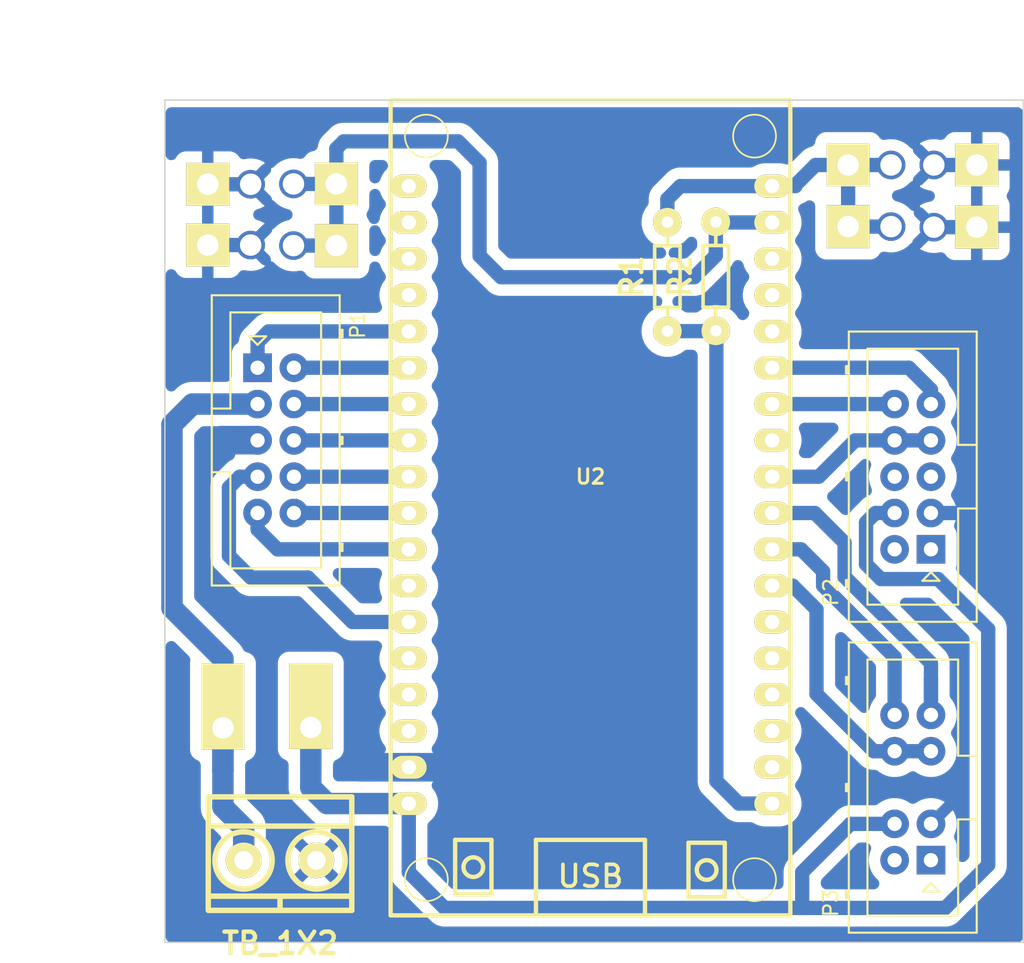
<source format=kicad_pcb>
(kicad_pcb (version 20240108) (generator "pcbnew") (generator_version "8.0")
  (layers (0 "F.Cu" signal) (31 "B.Cu" signal) (34 "B.Paste" user) (35 "F.Paste" user) (36 "B.SilkS" user "B.Silkscreen") (37 "F.SilkS" user "F.Silkscreen") (38 "B.Mask" user) (39 "F.Mask" user) (44 "Edge.Cuts" user))
  (net 0 "")
  (net 1 "VCC")
  (net 2 "GND")
  (net 3 "/IN1")
  (net 4 "/IN2")
  (net 5 "/IN3")
  (net 6 "/IN4")
  (net 7 "/Qsh 7")
  (net 8 "/Qsh 5")
  (net 9 "/Qre 1")
  (net 10 "/Qsh 4")
  (net 11 "/Qre 3")
  (net 12 "/Qsh 6")
  (net 13 "/Qre 2")
  (net 14 "/Qsh 8")
  (net 18 "/pull-up1")
  (net 29 "/ENA")
  (net 30 "/ENB")
  (net 32 "+3.3V")
  (net 33 "/pull-up2")
  (net 37 "/vcs")
  (footprint "EESTN5:BORNERA2_AZUL" (layer "F.Cu") (at 128.5 73.67625)
    (property "Reference" "J1" (hide yes))
    (property "Value" "TB_1X2" (at 0 5.8 0) (layer "F.SilkS") (effects (font (size 1.5 1.5) (thickness 0.3))))
    (fp_line (start -5.0165 -4.445) (end -5.0165 3.4925) (stroke (width 0.381)) (layer "F.SilkS"))
    (fp_line (start -5 -2.4) (end 5 -2.4) (stroke (width 0.381)) (layer "F.SilkS"))
    (fp_line (start -5 2.5) (end 5 2.5) (stroke (width 0.381)) (layer "F.SilkS"))
    (fp_line (start -4.9835 3.4925) (end 5.0165 3.4925) (stroke (width 0.381)) (layer "F.SilkS"))
    (fp_line (start 0 2.54) (end 0 3.4845) (stroke (width 0.381)) (layer "F.SilkS"))
    (fp_line (start 5.0165 -4.445) (end -4.9835 -4.445) (stroke (width 0.381)) (layer "F.SilkS"))
    (fp_line (start 5.0165 3.4925) (end 5.0165 -4.445) (stroke (width 0.381)) (layer "F.SilkS"))
    (fp_circle (center -2.55 0) (end -0.55 0) (stroke (width 0.381)) (fill none) (layer "F.SilkS"))
    (fp_circle (center 2.55 0) (end 0.55 0) (stroke (width 0.381)) (fill none) (layer "F.SilkS"))
    (pad "1" thru_hole circle (at -2.54 0) (size 2.5 2.5) (drill 1.3) (layers "*.Cu" "*.Mask" "F.SilkS") (net 37 "/vcs"))
    (pad "2" thru_hole circle (at 2.54 0) (size 2.5 2.5) (drill 1.3) (layers "*.Cu" "*.Mask" "F.SilkS") (net 2 "GND"))
  )
  (footprint "EESTN5:RES0.3" (layer "F.Cu") (at 155.575 32.85 90)
    (property "Reference" "R1" (at 0 -2.5 90) (layer "F.SilkS") (effects (font (size 1.5 1.5) (thickness 0.3))))
    (property "Value" "R" (hide yes))
    (fp_line (start 2.159 -0.889) (end -2.159 -0.889) (stroke (width 0.254)) (layer "F.SilkS"))
    (fp_line (start -2.159 -0.889) (end -2.159 0.889) (stroke (width 0.254)) (layer "F.SilkS"))
    (fp_line (start 2.159 0) (end 3.81 0) (stroke (width 0.254)) (layer "F.SilkS"))
    (fp_line (start -2.159 0) (end -3.81 0) (stroke (width 0.254)) (layer "F.SilkS"))
    (fp_line (start 2.159 0.889) (end 2.159 -0.889) (stroke (width 0.254)) (layer "F.SilkS"))
    (fp_line (start -2.159 0.889) (end 2.159 0.889) (stroke (width 0.254)) (layer "F.SilkS"))
    (pad "1" thru_hole circle (at -3.81 0 90) (size 1.99898 1.99898) (drill 0.8001) (layers "*.Cu" "*.Mask" "F.SilkS") (net 32 "+3.3V"))
    (pad "2" thru_hole circle (at 3.81 0 90) (size 1.99898 1.99898) (drill 0.8001) (layers "*.Cu" "*.Mask" "F.SilkS") (net 18 "/pull-up1"))
  )
  (footprint "EESTN5:Cable_1,5mm" (layer "F.Cu") (at 130.65 64.38 180)
    (property "Reference" "J4" (hide yes))
    (property "Value" "Cable_PAD" (hide yes))
    (pad "1" thru_hole rect (at 0 0 180) (size 3 6) (drill 1.5 (offset 0 1.5)) (layers "*.Cu" "F.SilkS") (net 1 "VCC"))
  )
  (footprint "EESTN5:Header_2x05x2.54mm_Vertical" (layer "F.Cu") (at 172.73 46.84 90)
    (property "Reference" "P2" (at -8.08 -5.73 270) (layer "F.SilkS"))
    (property "Value" "CONN_02X05")
    (fp_line (start 7.73 -4.67) (end 7.73 -4.47) (stroke (width 0.15)) (layer "F.SilkS"))
    (fp_line (start 7.23 -4.67) (end 7.73 -4.67) (stroke (width 0.15)) (layer "F.SilkS"))
    (fp_line (start 0.25 -4.67) (end 0.25 -4.47) (stroke (width 0.15)) (layer "F.SilkS"))
    (fp_line (start -0.25 -4.67) (end 0.25 -4.67) (stroke (width 0.15)) (layer "F.SilkS"))
    (fp_line (start -7.23 -4.67) (end -7.23 -4.47) (stroke (width 0.15)) (layer "F.SilkS"))
    (fp_line (start -7.73 -4.67) (end -7.23 -4.67) (stroke (width 0.15)) (layer "F.SilkS"))
    (fp_line (start 7.23 -4.57) (end 7.73 -4.57) (stroke (width 0.15)) (layer "F.SilkS"))
    (fp_line (start -0.25 -4.57) (end 0.25 -4.57) (stroke (width 0.15)) (layer "F.SilkS"))
    (fp_line (start -7.73 -4.57) (end -7.23 -4.57) (stroke (width 0.15)) (layer "F.SilkS"))
    (fp_line (start 10.15 -4.47) (end 10.15 4.47) (stroke (width 0.15)) (layer "F.SilkS"))
    (fp_line (start 7.23 -4.47) (end 7.23 -4.67) (stroke (width 0.15)) (layer "F.SilkS"))
    (fp_line (start -0.25 -4.47) (end -0.25 -4.67) (stroke (width 0.15)) (layer "F.SilkS"))
    (fp_line (start -7.73 -4.47) (end -7.73 -4.67) (stroke (width 0.15)) (layer "F.SilkS"))
    (fp_line (start -10.15 -4.47) (end 10.15 -4.47) (stroke (width 0.15)) (layer "F.SilkS"))
    (fp_line (start 8.95 -3.17) (end 8.95 3.17) (stroke (width 0.15)) (layer "F.SilkS"))
    (fp_line (start -8.95 -3.17) (end 8.95 -3.17) (stroke (width 0.15)) (layer "F.SilkS"))
    (fp_line (start -7.28 0.67) (end -6.68 1.27) (stroke (width 0.15)) (layer "F.SilkS"))
    (fp_line (start -6.68 1.27) (end -7.28 1.87) (stroke (width 0.15)) (layer "F.SilkS"))
    (fp_line (start -7.28 1.87) (end -7.28 0.67) (stroke (width 0.15)) (layer "F.SilkS"))
    (fp_line (start 8.95 3.17) (end 2.225 3.17) (stroke (width 0.15)) (layer "F.SilkS"))
    (fp_line (start 2.225 3.17) (end 2.225 4.47) (stroke (width 0.15)) (layer "F.SilkS"))
    (fp_line (start -2.225 3.17) (end -8.95 3.17) (stroke (width 0.15)) (layer "F.SilkS"))
    (fp_line (start -8.95 3.17) (end -8.95 -3.17) (stroke (width 0.15)) (layer "F.SilkS"))
    (fp_line (start 10.15 4.47) (end -10.15 4.47) (stroke (width 0.15)) (layer "F.SilkS"))
    (fp_line (start -2.225 4.47) (end -2.225 3.17) (stroke (width 0.15)) (layer "F.SilkS"))
    (fp_line (start -10.15 4.47) (end -10.15 -4.47) (stroke (width 0.15)) (layer "F.SilkS"))
    (pad "1" thru_hole rect (at -5.08 1.27 90) (size 2 2) (drill 1) (layers "*.Cu" "*.Mask"))
    (pad "2" thru_hole circle (at -5.08 -1.27 90) (size 2 2) (drill 1) (layers "*.Cu" "*.Mask"))
    (pad "3" thru_hole circle (at -2.54 1.27 90) (size 2 2) (drill 1) (layers "*.Cu" "*.Mask") (net 2 "GND"))
    (pad "4" thru_hole circle (at -2.54 -1.27 90) (size 2 2) (drill 1) (layers "*.Cu" "*.Mask") (net 1 "VCC"))
    (pad "5" thru_hole circle (at 0 1.27 90) (size 2 2) (drill 1) (layers "*.Cu" "*.Mask"))
    (pad "6" thru_hole circle (at 0 -1.27 90) (size 2 2) (drill 1) (layers "*.Cu" "*.Mask"))
    (pad "7" thru_hole circle (at 2.54 1.27 90) (size 2 2) (drill 1) (layers "*.Cu" "*.Mask") (net 29 "/ENA"))
    (pad "8" thru_hole circle (at 2.54 -1.27 90) (size 2 2) (drill 1) (layers "*.Cu" "*.Mask") (net 29 "/ENA"))
    (pad "9" thru_hole circle (at 5.08 1.27 90) (size 2 2) (drill 1) (layers "*.Cu" "*.Mask") (net 4 "/IN2"))
    (pad "10" thru_hole circle (at 5.08 -1.27 90) (size 2 2) (drill 1) (layers "*.Cu" "*.Mask") (net 3 "/IN1"))
  )
  (footprint "EESTN5:Cable_Doble_1,5mm_little" (layer "F.Cu") (at 132.438961 30.676114 90)
    (property "Reference" "J12" (hide yes))
    (property "Value" "Cable_PAD" (hide yes))
    (pad "1" thru_hole circle (at 0 -3 90) (size 2 2) (drill 1.5) (layers "*.Cu" "*.Mask") (net 33 "/pull-up2"))
    (pad "1" thru_hole circle (at 0 0 90) (size 1.524 1.524) (drill 0.762) (layers "*.Cu" "*.Mask") (net 33 "/pull-up2"))
    (pad "1" thru_hole rect (at 0 0 90) (size 3 3) (drill 1.5) (layers "*.Cu" "F.SilkS") (net 33 "/pull-up2"))
  )
  (footprint "EESTN5:ESP32_DEVKIT_V1_DOIT" (layer "F.Cu") (at 150.2 46.84 -90)
    (property "Reference" "U2" (at 0 0 0) (layer "F.SilkS") (effects (font (size 1.016 1.016) (thickness 0.2032))))
    (property "Value" "ESP32_DevKit_V1_DOIT" (hide yes))
    (fp_line (start -26.32 13.97) (end 30.68 13.97) (stroke (width 0.3048)) (layer "F.SilkS"))
    (fp_line (start 30.68 13.97) (end 30.68 -13.97) (stroke (width 0.3048)) (layer "F.SilkS"))
    (fp_line (start 25.4 9.46) (end 25.4 6.92) (stroke (width 0.3048)) (layer "F.SilkS"))
    (fp_line (start 29.21 9.46) (end 25.4 9.46) (stroke (width 0.3048)) (layer "F.SilkS"))
    (fp_line (start 25.4 6.92) (end 29.21 6.92) (stroke (width 0.3048)) (layer "F.SilkS"))
    (fp_line (start 29.21 6.92) (end 29.21 9.46) (stroke (width 0.3048)) (layer "F.SilkS"))
    (fp_line (start 25.4 3.81) (end 30.48 3.81) (stroke (width 0.3048)) (layer "F.SilkS"))
    (fp_line (start 25.4 -3.81) (end 25.4 3.81) (stroke (width 0.3048)) (layer "F.SilkS"))
    (fp_line (start 30.48 -3.81) (end 25.4 -3.81) (stroke (width 0.3048)) (layer "F.SilkS"))
    (fp_line (start 25.6 -6.85) (end 29.41 -6.85) (stroke (width 0.3048)) (layer "F.SilkS"))
    (fp_line (start 29.41 -6.85) (end 29.41 -9.39) (stroke (width 0.3048)) (layer "F.SilkS"))
    (fp_line (start 25.6 -9.39) (end 25.6 -6.85) (stroke (width 0.3048)) (layer "F.SilkS"))
    (fp_line (start 29.41 -9.39) (end 25.6 -9.39) (stroke (width 0.3048)) (layer "F.SilkS"))
    (fp_line (start -26.32 -13.97) (end -26.32 13.97) (stroke (width 0.3048)) (layer "F.SilkS"))
    (fp_line (start -26.32 -13.97) (end 30.68 -13.97) (stroke (width 0.3048)) (layer "F.SilkS"))
    (fp_circle (center -23.82 11.47) (end -22.32 11.47) (stroke (width 0.12)) (fill none) (layer "F.SilkS"))
    (fp_circle (center 28.18 11.47) (end 29.68 11.47) (stroke (width 0.12)) (fill none) (layer "F.SilkS"))
    (fp_circle (center 27.305 8.19) (end 27.8765 8.571) (stroke (width 0.3048)) (fill none) (layer "F.SilkS"))
    (fp_circle (center 27.505 -8.12) (end 28.0765 -7.739) (stroke (width 0.3048)) (fill none) (layer "F.SilkS"))
    (fp_circle (center -23.82 -11.47) (end -22.32 -11.47) (stroke (width 0.12)) (fill none) (layer "F.SilkS"))
    (fp_circle (center 28.18 -11.47) (end 29.68 -11.47) (stroke (width 0.12)) (fill none) (layer "F.SilkS"))
    (fp_text user "USB" (at 27.94 0 0) (layer "F.SilkS") (effects (font (size 1.524 1.524) (thickness 0.254))))
    (pad "1" thru_hole oval (at -20.32 12.7 90) (size 1.6 2.5) (drill 1) (layers "*.Cu" "*.Mask" "F.SilkS"))
    (pad "2" thru_hole oval (at -17.78 12.7 90) (size 1.6 2.5) (drill 1) (layers "*.Cu" "*.Mask" "F.SilkS"))
    (pad "3" thru_hole oval (at -15.24 12.7 90) (size 1.6 2.5) (drill 1) (layers "*.Cu" "*.Mask" "F.SilkS"))
    (pad "4" thru_hole oval (at -12.7 12.7 90) (size 1.6 2.5) (drill 1) (layers "*.Cu" "*.Mask" "F.SilkS"))
    (pad "5" thru_hole oval (at -10.16 12.7 90) (size 1.6 2.5) (drill 1) (layers "*.Cu" "*.Mask" "F.SilkS") (net 9 "/Qre 1"))
    (pad "6" thru_hole oval (at -7.62 12.7 90) (size 1.6 2.5) (drill 1) (layers "*.Cu" "*.Mask" "F.SilkS") (net 13 "/Qre 2"))
    (pad "7" thru_hole oval (at -5.08 12.7 90) (size 1.6 2.5) (drill 1) (layers "*.Cu" "*.Mask" "F.SilkS") (net 11 "/Qre 3"))
    (pad "8" thru_hole oval (at -2.54 12.7 90) (size 1.6 2.5) (drill 1) (layers "*.Cu" "*.Mask" "F.SilkS") (net 10 "/Qsh 4"))
    (pad "9" thru_hole oval (at 0 12.7 90) (size 1.6 2.5) (drill 1) (layers "*.Cu" "*.Mask" "F.SilkS") (net 8 "/Qsh 5"))
    (pad "10" thru_hole oval (at 2.54 12.7 90) (size 1.6 2.5) (drill 1) (layers "*.Cu" "*.Mask" "F.SilkS") (net 12 "/Qsh 6"))
    (pad "11" thru_hole oval (at 5.08 12.7 90) (size 1.6 2.5) (drill 1) (layers "*.Cu" "*.Mask" "F.SilkS") (net 7 "/Qsh 7"))
    (pad "12" thru_hole oval (at 7.62 12.7 90) (size 1.6 2.5) (drill 1) (layers "*.Cu" "*.Mask" "F.SilkS"))
    (pad "13" thru_hole oval (at 10.16 12.7 90) (size 1.6 2.5) (drill 1) (layers "*.Cu" "*.Mask" "F.SilkS") (net 14 "/Qsh 8"))
    (pad "14" thru_hole oval (at 12.7 12.7 90) (size 1.6 2.5) (drill 1) (layers "*.Cu" "*.Mask" "F.SilkS"))
    (pad "15" thru_hole oval (at 15.24 12.7 90) (size 1.6 2.5) (drill 1) (layers "*.Cu" "*.Mask" "F.SilkS"))
    (pad "16" thru_hole oval (at 17.78 12.7 90) (size 1.6 2.5) (drill 1) (layers "*.Cu" "*.Mask" "F.SilkS"))
    (pad "17" thru_hole oval (at 20.32 12.7 90) (size 1.6 2.5) (drill 1) (layers "*.Cu" "*.Mask" "F.SilkS") (net 2 "GND"))
    (pad "18" thru_hole oval (at 22.86 12.7 90) (size 1.6 2.5) (drill 1) (layers "*.Cu" "*.Mask" "F.SilkS") (net 1 "VCC"))
    (pad "19" thru_hole oval (at 22.86 -12.7 90) (size 1.6 2.5) (drill 1) (layers "*.Cu" "*.Mask" "F.SilkS") (net 32 "+3.3V"))
    (pad "20" thru_hole oval (at 20.32 -12.7 90) (size 1.6 2.5) (drill 1) (layers "*.Cu" "*.Mask" "F.SilkS"))
    (pad "21" thru_hole oval (at 17.78 -12.7 90) (size 1.6 2.5) (drill 1) (layers "*.Cu" "*.Mask" "F.SilkS"))
    (pad "22" thru_hole oval (at 15.24 -12.7 90) (size 1.6 2.5) (drill 1) (layers "*.Cu" "*.Mask" "F.SilkS"))
    (pad "23" thru_hole oval (at 12.7 -12.7 90) (size 1.6 2.5) (drill 1) (layers "*.Cu" "*.Mask" "F.SilkS"))
    (pad "24" thru_hole oval (at 10.16 -12.7 90) (size 1.6 2.5) (drill 1) (layers "*.Cu" "*.Mask" "F.SilkS"))
    (pad "25" thru_hole oval (at 7.62 -12.7 90) (size 1.6 2.5) (drill 1) (layers "*.Cu" "*.Mask" "F.SilkS") (net 30 "/ENB"))
    (pad "26" thru_hole oval (at 5.08 -12.7 90) (size 1.6 2.5) (drill 1) (layers "*.Cu" "*.Mask" "F.SilkS") (net 5 "/IN3"))
    (pad "27" thru_hole oval (at 2.54 -12.7 90) (size 1.6 2.5) (drill 1) (layers "*.Cu" "*.Mask" "F.SilkS") (net 6 "/IN4"))
    (pad "28" thru_hole oval (at 0 -12.7 90) (size 1.6 2.5) (drill 1) (layers "*.Cu" "*.Mask" "F.SilkS") (net 29 "/ENA"))
    (pad "29" thru_hole oval (at -2.54 -12.7 90) (size 1.6 2.5) (drill 1) (layers "*.Cu" "*.Mask" "F.SilkS"))
    (pad "30" thru_hole oval (at -5.08 -12.7 90) (size 1.6 2.5) (drill 1) (layers "*.Cu" "*.Mask" "F.SilkS") (net 3 "/IN1"))
    (pad "31" thru_hole oval (at -7.62 -12.7 90) (size 1.6 2.5) (drill 1) (layers "*.Cu" "*.Mask" "F.SilkS") (net 4 "/IN2"))
    (pad "32" thru_hole oval (at -10.16 -12.7 90) (size 1.6 2.5) (drill 1) (layers "*.Cu" "*.Mask" "F.SilkS"))
    (pad "33" thru_hole oval (at -12.7 -12.7 90) (size 1.6 2.5) (drill 1) (layers "*.Cu" "*.Mask" "F.SilkS"))
    (pad "34" thru_hole oval (at -15.24 -12.7 90) (size 1.6 2.5) (drill 1) (layers "*.Cu" "*.Mask" "F.SilkS"))
    (pad "35" thru_hole oval (at -17.78 -12.7 90) (size 1.6 2.5) (drill 1) (layers "*.Cu" "*.Mask" "F.SilkS") (net 33 "/pull-up2"))
    (pad "36" thru_hole oval (at -20.32 -12.7 90) (size 1.6 2.5) (drill 1) (layers "*.Cu" "*.Mask" "F.SilkS") (net 18 "/pull-up1"))
  )
  (footprint "EESTN5:Cable_Doble_1,5mm_little" (layer "F.Cu") (at 132.438961 26.365 90)
    (property "Reference" "J11" (hide yes))
    (property "Value" "Cable_PAD" (hide yes))
    (pad "1" thru_hole circle (at 0 -3 90) (size 2 2) (drill 1.5) (layers "*.Cu" "*.Mask") (net 33 "/pull-up2"))
    (pad "1" thru_hole circle (at 0 0 90) (size 1.524 1.524) (drill 0.762) (layers "*.Cu" "*.Mask") (net 33 "/pull-up2"))
    (pad "1" thru_hole rect (at 0 0 90) (size 3 3) (drill 1.5) (layers "*.Cu" "F.SilkS") (net 33 "/pull-up2"))
  )
  (footprint "EESTN5:Header_2x05x2.54mm_Vertical" (layer "F.Cu") (at 128.2 44.3 -90)
    (property "Reference" "P1" (at -8.08 -5.73 -90) (layer "F.SilkS"))
    (property "Value" "CONN_02X05")
    (fp_line (start -10.15 4.47) (end -10.15 -4.47) (stroke (width 0.15)) (layer "F.SilkS"))
    (fp_line (start -2.225 4.47) (end -2.225 3.17) (stroke (width 0.15)) (layer "F.SilkS"))
    (fp_line (start 10.15 4.47) (end -10.15 4.47) (stroke (width 0.15)) (layer "F.SilkS"))
    (fp_line (start -8.95 3.17) (end -8.95 -3.17) (stroke (width 0.15)) (layer "F.SilkS"))
    (fp_line (start -2.225 3.17) (end -8.95 3.17) (stroke (width 0.15)) (layer "F.SilkS"))
    (fp_line (start 2.225 3.17) (end 2.225 4.47) (stroke (width 0.15)) (layer "F.SilkS"))
    (fp_line (start 8.95 3.17) (end 2.225 3.17) (stroke (width 0.15)) (layer "F.SilkS"))
    (fp_line (start -7.28 1.87) (end -7.28 0.67) (stroke (width 0.15)) (layer "F.SilkS"))
    (fp_line (start -6.68 1.27) (end -7.28 1.87) (stroke (width 0.15)) (layer "F.SilkS"))
    (fp_line (start -7.28 0.67) (end -6.68 1.27) (stroke (width 0.15)) (layer "F.SilkS"))
    (fp_line (start -8.95 -3.17) (end 8.95 -3.17) (stroke (width 0.15)) (layer "F.SilkS"))
    (fp_line (start 8.95 -3.17) (end 8.95 3.17) (stroke (width 0.15)) (layer "F.SilkS"))
    (fp_line (start -10.15 -4.47) (end 10.15 -4.47) (stroke (width 0.15)) (layer "F.SilkS"))
    (fp_line (start -7.73 -4.47) (end -7.73 -4.67) (stroke (width 0.15)) (layer "F.SilkS"))
    (fp_line (start -0.25 -4.47) (end -0.25 -4.67) (stroke (width 0.15)) (layer "F.SilkS"))
    (fp_line (start 7.23 -4.47) (end 7.23 -4.67) (stroke (width 0.15)) (layer "F.SilkS"))
    (fp_line (start 10.15 -4.47) (end 10.15 4.47) (stroke (width 0.15)) (layer "F.SilkS"))
    (fp_line (start -7.73 -4.57) (end -7.23 -4.57) (stroke (width 0.15)) (layer "F.SilkS"))
    (fp_line (start -0.25 -4.57) (end 0.25 -4.57) (stroke (width 0.15)) (layer "F.SilkS"))
    (fp_line (start 7.23 -4.57) (end 7.73 -4.57) (stroke (width 0.15)) (layer "F.SilkS"))
    (fp_line (start -7.73 -4.67) (end -7.23 -4.67) (stroke (width 0.15)) (layer "F.SilkS"))
    (fp_line (start -7.23 -4.67) (end -7.23 -4.47) (stroke (width 0.15)) (layer "F.SilkS"))
    (fp_line (start -0.25 -4.67) (end 0.25 -4.67) (stroke (width 0.15)) (layer "F.SilkS"))
    (fp_line (start 0.25 -4.67) (end 0.25 -4.47) (stroke (width 0.15)) (layer "F.SilkS"))
    (fp_line (start 7.23 -4.67) (end 7.73 -4.67) (stroke (width 0.15)) (layer "F.SilkS"))
    (fp_line (start 7.73 -4.67) (end 7.73 -4.47) (stroke (width 0.15)) (layer "F.SilkS"))
    (pad "1" thru_hole rect (at -5.08 1.27 270) (size 2 2) (drill 1) (layers "*.Cu" "*.Mask") (net 9 "/Qre 1"))
    (pad "2" thru_hole circle (at -5.08 -1.27 270) (size 2 2) (drill 1) (layers "*.Cu" "*.Mask") (net 13 "/Qre 2"))
    (pad "3" thru_hole circle (at -2.54 1.27 270) (size 2 2) (drill 1) (layers "*.Cu" "*.Mask") (net 37 "/vcs"))
    (pad "4" thru_hole circle (at -2.54 -1.27 270) (size 2 2) (drill 1) (layers "*.Cu" "*.Mask") (net 11 "/Qre 3"))
    (pad "5" thru_hole circle (at 0 1.27 270) (size 2 2) (drill 1) (layers "*.Cu" "*.Mask") (net 2 "GND"))
    (pad "6" thru_hole circle (at 0 -1.27 270) (size 2 2) (drill 1) (layers "*.Cu" "*.Mask") (net 10 "/Qsh 4"))
    (pad "7" thru_hole circle (at 2.54 1.27 270) (size 2 2) (drill 1) (layers "*.Cu" "*.Mask") (net 14 "/Qsh 8"))
    (pad "8" thru_hole circle (at 2.54 -1.27 270) (size 2 2) (drill 1) (layers "*.Cu" "*.Mask") (net 8 "/Qsh 5"))
    (pad "9" thru_hole circle (at 5.08 1.27 270) (size 2 2) (drill 1) (layers "*.Cu" "*.Mask") (net 7 "/Qsh 7"))
    (pad "10" thru_hole circle (at 5.08 -1.27 270) (size 2 2) (drill 1) (layers "*.Cu" "*.Mask") (net 12 "/Qsh 6"))
  )
  (footprint "EESTN5:Cable_Doble_1,5mm_little" (layer "F.Cu") (at 168.21 25.04 -90)
    (property "Reference" "J8" (hide yes))
    (property "Value" "Cable_PAD" (hide yes))
    (pad "1" thru_hole circle (at 0 -3 270) (size 2 2) (drill 1.5) (layers "*.Cu" "*.Mask") (net 18 "/pull-up1"))
    (pad "1" thru_hole circle (at 0 0 270) (size 1.524 1.524) (drill 0.762) (layers "*.Cu" "*.Mask") (net 18 "/pull-up1"))
    (pad "1" thru_hole rect (at 0 0 270) (size 3 3) (drill 1.5) (layers "*.Cu" "F.SilkS") (net 18 "/pull-up1"))
  )
  (footprint "EESTN5:Cable_1,5mm" (layer "F.Cu") (at 124.51 64.41 180)
    (property "Reference" "J3" (hide yes))
    (property "Value" "Cable_PAD" (hide yes))
    (pad "1" thru_hole rect (at 0 0 180) (size 3 6) (drill 1.5 (offset 0 1.5)) (layers "*.Cu" "F.SilkS") (net 37 "/vcs"))
  )
  (footprint "EESTN5:Cable_Doble_1,5mm_little" (layer "F.Cu") (at 177.2 29.39 90)
    (property "Reference" "J7" (hide yes))
    (property "Value" "Cable_PAD" (hide yes))
    (pad "1" thru_hole circle (at 0 -3 90) (size 2 2) (drill 1.5) (layers "*.Cu" "*.Mask") (net 2 "GND"))
    (pad "1" thru_hole circle (at 0 0 90) (size 1.524 1.524) (drill 0.762) (layers "*.Cu" "*.Mask") (net 2 "GND"))
    (pad "1" thru_hole rect (at 0 0 90) (size 3 3) (drill 1.5) (layers "*.Cu" "F.SilkS") (net 2 "GND"))
  )
  (footprint "EESTN5:RES0.3" (layer "F.Cu") (at 158.96 32.83 90)
    (property "Reference" "R2" (at 0 -2.5 -90) (layer "F.SilkS") (effects (font (size 1.5 1.5) (thickness 0.3))))
    (property "Value" "R" (hide yes))
    (fp_line (start 2.159 -0.889) (end -2.159 -0.889) (stroke (width 0.254)) (layer "F.SilkS"))
    (fp_line (start -2.159 -0.889) (end -2.159 0.889) (stroke (width 0.254)) (layer "F.SilkS"))
    (fp_line (start 2.159 0) (end 3.81 0) (stroke (width 0.254)) (layer "F.SilkS"))
    (fp_line (start -2.159 0) (end -3.81 0) (stroke (width 0.254)) (layer "F.SilkS"))
    (fp_line (start 2.159 0.889) (end 2.159 -0.889) (stroke (width 0.254)) (layer "F.SilkS"))
    (fp_line (start -2.159 0.889) (end 2.159 0.889) (stroke (width 0.254)) (layer "F.SilkS"))
    (pad "1" thru_hole circle (at -3.81 0 90) (size 1.99898 1.99898) (drill 0.8001) (layers "*.Cu" "*.Mask" "F.SilkS") (net 32 "+3.3V"))
    (pad "2" thru_hole circle (at 3.81 0 90) (size 1.99898 1.99898) (drill 0.8001) (layers "*.Cu" "*.Mask" "F.SilkS") (net 33 "/pull-up2"))
  )
  (footprint "EESTN5:Cable_Doble_1,5mm_little" (layer "F.Cu") (at 177.2 25.04 90)
    (property "Reference" "J5" (hide yes))
    (property "Value" "Cable_PAD" (hide yes))
    (pad "1" thru_hole circle (at 0 -3 90) (size 2 2) (drill 1.5) (layers "*.Cu" "*.Mask") (net 2 "GND"))
    (pad "1" thru_hole circle (at 0 0 90) (size 1.524 1.524) (drill 0.762) (layers "*.Cu" "*.Mask") (net 2 "GND"))
    (pad "1" thru_hole rect (at 0 0 90) (size 3 3) (drill 1.5) (layers "*.Cu" "F.SilkS") (net 2 "GND"))
  )
  (footprint "EESTN5:Cable_Doble_1,5mm_little" (layer "F.Cu") (at 123.448961 30.64 -90)
    (property "Reference" "J9" (hide yes))
    (property "Value" "Cable_PAD" (hide yes))
    (pad "1" thru_hole circle (at 0 -3 270) (size 2 2) (drill 1.5) (layers "*.Cu" "*.Mask") (net 2 "GND"))
    (pad "1" thru_hole circle (at 0 0 270) (size 1.524 1.524) (drill 0.762) (layers "*.Cu" "*.Mask") (net 2 "GND"))
    (pad "1" thru_hole rect (at 0 0 270) (size 3 3) (drill 1.5) (layers "*.Cu" "F.SilkS") (net 2 "GND"))
  )
  (footprint "EESTN5:Cable_Doble_1,5mm_little" (layer "F.Cu") (at 123.448961 26.39 -90)
    (property "Reference" "J10" (hide yes))
    (property "Value" "Cable_PAD" (hide yes))
    (pad "1" thru_hole circle (at 0 -3 270) (size 2 2) (drill 1.5) (layers "*.Cu" "*.Mask") (net 2 "GND"))
    (pad "1" thru_hole circle (at 0 0 270) (size 1.524 1.524) (drill 0.762) (layers "*.Cu" "*.Mask") (net 2 "GND"))
    (pad "1" thru_hole rect (at 0 0 270) (size 3 3) (drill 1.5) (layers "*.Cu" "F.SilkS") (net 2 "GND"))
  )
  (footprint "EESTN5:Header_2x05x2.54mm_Vertical" (layer "F.Cu") (at 172.73 68.58 90)
    (property "Reference" "P3" (at -8.08 -5.73 -90) (layer "F.SilkS"))
    (property "Value" "CONN_02X05")
    (fp_line (start 7.73 -4.67) (end 7.73 -4.47) (stroke (width 0.15)) (layer "F.SilkS"))
    (fp_line (start 7.23 -4.67) (end 7.73 -4.67) (stroke (width 0.15)) (layer "F.SilkS"))
    (fp_line (start 0.25 -4.67) (end 0.25 -4.47) (stroke (width 0.15)) (layer "F.SilkS"))
    (fp_line (start -0.25 -4.67) (end 0.25 -4.67) (stroke (width 0.15)) (layer "F.SilkS"))
    (fp_line (start -7.23 -4.67) (end -7.23 -4.47) (stroke (width 0.15)) (layer "F.SilkS"))
    (fp_line (start -7.73 -4.67) (end -7.23 -4.67) (stroke (width 0.15)) (layer "F.SilkS"))
    (fp_line (start 7.23 -4.57) (end 7.73 -4.57) (stroke (width 0.15)) (layer "F.SilkS"))
    (fp_line (start -0.25 -4.57) (end 0.25 -4.57) (stroke (width 0.15)) (layer "F.SilkS"))
    (fp_line (start -7.73 -4.57) (end -7.23 -4.57) (stroke (width 0.15)) (layer "F.SilkS"))
    (fp_line (start 10.15 -4.47) (end 10.15 4.47) (stroke (width 0.15)) (layer "F.SilkS"))
    (fp_line (start 7.23 -4.47) (end 7.23 -4.67) (stroke (width 0.15)) (layer "F.SilkS"))
    (fp_line (start -0.25 -4.47) (end -0.25 -4.67) (stroke (width 0.15)) (layer "F.SilkS"))
    (fp_line (start -7.73 -4.47) (end -7.73 -4.67) (stroke (width 0.15)) (layer "F.SilkS"))
    (fp_line (start -10.15 -4.47) (end 10.15 -4.47) (stroke (width 0.15)) (layer "F.SilkS"))
    (fp_line (start 8.95 -3.17) (end 8.95 3.17) (stroke (width 0.15)) (layer "F.SilkS"))
    (fp_line (start -8.95 -3.17) (end 8.95 -3.17) (stroke (width 0.15)) (layer "F.SilkS"))
    (fp_line (start -7.28 0.67) (end -6.68 1.27) (stroke (width 0.15)) (layer "F.SilkS"))
    (fp_line (start -6.68 1.27) (end -7.28 1.87) (stroke (width 0.15)) (layer "F.SilkS"))
    (fp_line (start -7.28 1.87) (end -7.28 0.67) (stroke (width 0.15)) (layer "F.SilkS"))
    (fp_line (start 8.95 3.17) (end 2.225 3.17) (stroke (width 0.15)) (layer "F.SilkS"))
    (fp_line (start 2.225 3.17) (end 2.225 4.47) (stroke (width 0.15)) (layer "F.SilkS"))
    (fp_line (start -2.225 3.17) (end -8.95 3.17) (stroke (width 0.15)) (layer "F.SilkS"))
    (fp_line (start -8.95 3.17) (end -8.95 -3.17) (stroke (width 0.15)) (layer "F.SilkS"))
    (fp_line (start 10.15 4.47) (end -10.15 4.47) (stroke (width 0.15)) (layer "F.SilkS"))
    (fp_line (start -2.225 4.47) (end -2.225 3.17) (stroke (width 0.15)) (layer "F.SilkS"))
    (fp_line (start -10.15 4.47) (end -10.15 -4.47) (stroke (width 0.15)) (layer "F.SilkS"))
    (pad "1" thru_hole rect (at -5.08 1.27 90) (size 2 2) (drill 1) (layers "*.Cu" "*.Mask"))
    (pad "2" thru_hole circle (at -5.08 -1.27 90) (size 2 2) (drill 1) (layers "*.Cu" "*.Mask"))
    (pad "3" thru_hole circle (at -2.54 1.27 90) (size 2 2) (drill 1) (layers "*.Cu" "*.Mask") (net 2 "GND"))
    (pad "4" thru_hole circle (at -2.54 -1.27 90) (size 2 2) (drill 1) (layers "*.Cu" "*.Mask") (net 1 "VCC"))
    (pad "7" thru_hole circle (at 2.54 1.27 90) (size 2 2) (drill 1) (layers "*.Cu" "*.Mask") (net 30 "/ENB"))
    (pad "8" thru_hole circle (at 2.54 -1.27 90) (size 2 2) (drill 1) (layers "*.Cu" "*.Mask") (net 30 "/ENB"))
    (pad "9" thru_hole circle (at 5.08 1.27 90) (size 2 2) (drill 1) (layers "*.Cu" "*.Mask") (net 6 "/IN4"))
    (pad "10" thru_hole circle (at 5.08 -1.27 90) (size 2 2) (drill 1) (layers "*.Cu" "*.Mask") (net 5 "/IN3"))
  )
  (footprint "EESTN5:Cable_Doble_1,5mm_little" (layer "F.Cu") (at 168.21 29.35 -90)
    (property "Reference" "J6" (hide yes))
    (property "Value" "Cable_PAD" (hide yes))
    (pad "1" thru_hole circle (at 0 -3 270) (size 2 2) (drill 1.5) (layers "*.Cu" "*.Mask") (net 18 "/pull-up1"))
    (pad "1" thru_hole circle (at 0 0 270) (size 1.524 1.524) (drill 0.762) (layers "*.Cu" "*.Mask") (net 18 "/pull-up1"))
    (pad "1" thru_hole rect (at 0 0 270) (size 3 3) (drill 1.5) (layers "*.Cu" "F.SilkS") (net 18 "/pull-up1"))
  )
  (gr_line (start 180.451039 20.5) (end 180.451039 79.41) (stroke (width 0.1)) (layer "Edge.Cuts"))
  (gr_line (start 120.451039 20.5) (end 120.451039 79.41) (stroke (width 0.1)) (layer "Edge.Cuts"))
  (gr_line (start 120.451039 79.41) (end 180.451039 79.41) (stroke (width 0.1)) (layer "Edge.Cuts"))
  (gr_line (start 120.451039 20.5) (end 180.451039 20.5) (stroke (width 0.1)) (layer "Edge.Cuts"))
  (segment (start 130.65 64.38) (end 130.65 68.57) (width 1.5) (layer "B.Cu") (net 1))
  (segment (start 137.5 74.5) (end 140 77) (width 1) (layer "B.Cu") (net 1))
  (segment (start 171.46 71.12) (end 168.38 71.12) (width 1) (layer "B.Cu") (net 1))
  (segment (start 168.38 71.12) (end 165 74.5) (width 1) (layer "B.Cu") (net 1))
  (segment (start 140 77) (end 165 77) (width 1) (layer "B.Cu") (net 1))
  (segment (start 171.46 49.38) (end 170.12 49.38) (width 1) (layer "B.Cu") (net 1))
  (segment (start 174.5 54) (end 178 57.5) (width 1) (layer "B.Cu") (net 1))
  (segment (start 165 74.5) (end 165 77) (width 1) (layer "B.Cu") (net 1))
  (segment (start 175 77) (end 165 77) (width 1) (layer "B.Cu") (net 1))
  (segment (start 169.46 52.96) (end 170.5 54) (width 1) (layer "B.Cu") (net 1))
  (segment (start 178 74) (end 175 77) (width 1) (layer "B.Cu") (net 1))
  (segment (start 169.46 50.04) (end 169.46 52.96) (width 1) (layer "B.Cu") (net 1))
  (segment (start 170.5 54) (end 174.5 54) (width 1) (layer "B.Cu") (net 1))
  (segment (start 178 57.5) (end 178 74) (width 1) (layer "B.Cu") (net 1))
  (segment (start 137.5 69.7) (end 137.5 74.5) (width 1) (layer "B.Cu") (net 1))
  (segment (start 130.65 68.57) (end 131.78 69.7) (width 1.5) (layer "B.Cu") (net 1))
  (segment (start 131.78 69.7) (end 137.5 69.7) (width 1.5) (layer "B.Cu") (net 1))
  (segment (start 170.12 49.38) (end 169.46 50.04) (width 1) (layer "B.Cu") (net 1))
  (segment (start 174.2 25.04) (end 177.2 25.04) (width 1) (layer "B.Cu") (net 2))
  (segment (start 177.22 25.04) (end 177.2 25.06) (width 1) (layer "B.Cu") (net 2))
  (segment (start 140.66 67.16) (end 140.7 67.2) (width 2) (layer "B.Cu") (net 2))
  (segment (start 126.93 44.285) (end 124.425 44.285) (width 2) (layer "B.Cu") (net 2))
  (segment (start 137.5 67.16) (end 140.66 67.16) (width 2) (layer "B.Cu") (net 2))
  (segment (start 124.425 44.285) (end 123.9 44.81) (width 2) (layer "B.Cu") (net 2))
  (segment (start 126.448961 30.64) (end 123.448961 30.64) (width 1) (layer "B.Cu") (net 2))
  (segment (start 174 49.38) (end 176.212528 49.38) (width 1) (layer "B.Cu") (net 2))
  (segment (start 174.2 29.39) (end 177.2 29.39) (width 1) (layer "B.Cu") (net 2))
  (segment (start 123.448961 26.39) (end 126.448961 26.39) (width 1) (layer "B.Cu") (net 2))
  (segment (start 137.5 67.16) (end 134.16 67.16) (width 2) (layer "B.Cu") (net 2))
  (segment (start 162.9 41.76) (end 171.46 41.76) (width 1) (layer "B.Cu") (net 3))
  (segment (start 174 40.76) (end 174 41.76) (width 1) (layer "B.Cu") (net 4))
  (segment (start 172.46 39.22) (end 174 40.76) (width 1) (layer "B.Cu") (net 4))
  (segment (start 162.9 39.22) (end 172.46 39.22) (width 1) (layer "B.Cu") (net 4))
  (segment (start 171.46 59.46) (end 166.46 54.46) (width 1) (layer "B.Cu") (net 5))
  (segment (start 164.92 51.92) (end 162.9 51.92) (width 1) (layer "B.Cu") (net 5))
  (segment (start 166.46 54.46) (end 166.46 53.46) (width 1) (layer "B.Cu") (net 5))
  (segment (start 171.46 63.5) (end 171.46 59.46) (width 1) (layer "B.Cu") (net 5))
  (segment (start 166.46 53.46) (end 164.92 51.92) (width 1) (layer "B.Cu") (net 5))
  (segment (start 174 63.5) (end 174 61) (width 1) (layer "B.Cu") (net 6))
  (segment (start 162.9 49.38) (end 165.88 49.38) (width 1) (layer "B.Cu") (net 6))
  (segment (start 165.88 49.38) (end 167.96 51.46) (width 1) (layer "B.Cu") (net 6))
  (segment (start 174 59.87868) (end 174 61) (width 1) (layer "B.Cu") (net 6))
  (segment (start 174 61) (end 174 62.5) (width 1) (layer "B.Cu") (net 6))
  (segment (start 162.9 49.38) (end 163.02 49.5) (width 1) (layer "B.Cu") (net 6))
  (segment (start 167.96 53.83868) (end 174 59.87868) (width 1) (layer "B.Cu") (net 6))
  (segment (start 167.96 51.46) (end 167.96 53.83868) (width 1) (layer "B.Cu") (net 6))
  (segment (start 126.93 50.53) (end 126.93 49.38) (width 1) (layer "B.Cu") (net 7))
  (segment (start 137.5 51.92) (end 128.32 51.92) (width 1) (layer "B.Cu") (net 7))
  (segment (start 128.32 51.92) (end 126.93 50.53) (width 1) (layer "B.Cu") (net 7))
  (segment (start 129.47 46.84) (end 137.5 46.84) (width 1) (layer "B.Cu") (net 8))
  (segment (start 126.93 37.445) (end 127.695 36.68) (width 1) (layer "B.Cu") (net 9))
  (segment (start 126.93 39.22) (end 126.93 37.445) (width 1) (layer "B.Cu") (net 9))
  (segment (start 127.695 36.68) (end 137.5 36.68) (width 1) (layer "B.Cu") (net 9))
  (segment (start 137.485 44.285) (end 137.5 44.3) (width 1) (layer "B.Cu") (net 10))
  (segment (start 129.47 44.3) (end 137.5 44.3) (width 1) (layer "B.Cu") (net 10))
  (segment (start 137.45 41.71) (end 137.5 41.76) (width 1) (layer "B.Cu") (net 11))
  (segment (start 137.5 41.76) (end 137.485 41.745) (width 1) (layer "B.Cu") (net 11))
  (segment (start 129.47 41.76) (end 137.5 41.76) (width 1) (layer "B.Cu") (net 11))
  (segment (start 129.47 49.38) (end 137.5 49.38) (width 1) (layer "B.Cu") (net 12))
  (segment (start 129.47 39.22) (end 137.5 39.22) (width 1) (layer "B.Cu") (net 13))
  (segment (start 137.45 39.17) (end 137.5 39.22) (width 1) (layer "B.Cu") (net 13))
  (segment (start 129.47 39.205) (end 129.485 39.22) (width 1) (layer "B.Cu") (net 13))
  (segment (start 124.93 47.595) (end 124.93 52.371039) (width 1) (layer "B.Cu") (net 14))
  (segment (start 126.93 46.84) (end 125.685 46.84) (width 1) (layer "B.Cu") (net 14))
  (segment (start 130.448961 53.89) (end 133.558961 57) (width 1) (layer "B.Cu") (net 14))
  (segment (start 124.93 52.371039) (end 126.448961 53.89) (width 1) (layer "B.Cu") (net 14))
  (segment (start 125.685 46.84) (end 124.93 47.595) (width 1) (layer "B.Cu") (net 14))
  (segment (start 133.558961 57) (end 137.5 57) (width 1) (layer "B.Cu") (net 14))
  (segment (start 126.448961 53.89) (end 130.448961 53.89) (width 1) (layer "B.Cu") (net 14))
  (segment (start 156.48 26.52) (end 155.575 27.425) (width 1) (layer "B.Cu") (net 18))
  (segment (start 155.575 27.425) (end 155.575 29.04) (width 1) (layer "B.Cu") (net 18))
  (segment (start 165.93 25.04) (end 168.21 25.04) (width 1) (layer "B.Cu") (net 18))
  (segment (start 168.21 25.04) (end 168.21 29.35) (width 1) (layer "B.Cu") (net 18))
  (segment (start 164.53 26.44) (end 165.93 25.04) (width 1) (layer "B.Cu") (net 18))
  (segment (start 162.93 26.55) (end 162.9 26.52) (width 1) (layer "B.Cu") (net 18))
  (segment (start 168.21 25.04) (end 171.21 25.04) (width 1) (layer "B.Cu") (net 18))
  (segment (start 162.9 26.52) (end 164.53 26.52) (width 1) (layer "B.Cu") (net 18))
  (segment (start 162.9 26.52) (end 156.48 26.52) (width 1) (layer "B.Cu") (net 18))
  (segment (start 168.21 29.35) (end 171.21 29.35) (width 1) (layer "B.Cu") (net 18))
  (segment (start 168.7 44.3) (end 174 44.3) (width 1) (layer "B.Cu") (net 29))
  (segment (start 166.16 46.84) (end 168.7 44.3) (width 1) (layer "B.Cu") (net 29))
  (segment (start 162.9 46.84) (end 166.16 46.84) (width 1) (layer "B.Cu") (net 29))
  (segment (start 164.33868 54.46) (end 166 56.12132) (width 1) (layer "B.Cu") (net 30))
  (segment (start 166 56.12132) (end 166 62.04) (width 1) (layer "B.Cu") (net 30))
  (segment (start 166 62.04) (end 170 66.04) (width 1) (layer "B.Cu") (net 30))
  (segment (start 162.9 54.46) (end 164.33868 54.46) (width 1) (layer "B.Cu") (net 30))
  (segment (start 170 66.04) (end 174 66.04) (width 1) (layer "B.Cu") (net 30))
  (segment (start 160.575 69.7) (end 162.9 69.7) (width 1) (layer "B.Cu") (net 32))
  (segment (start 158.98 36.66) (end 159 36.68) (width 1) (layer "B.Cu") (net 32))
  (segment (start 159 68.125) (end 160.575 69.7) (width 1) (layer "B.Cu") (net 32))
  (segment (start 159 36.68) (end 159 68.125) (width 1) (layer "B.Cu") (net 32))
  (segment (start 155.575 36.66) (end 158.98 36.66) (width 1) (layer "B.Cu") (net 32))
  (segment (start 158.96 31.378961) (end 158.96 29.02) (width 1) (layer "B.Cu") (net 33))
  (segment (start 157.448961 32.89) (end 158.96 31.378961) (width 1) (layer "B.Cu") (net 33))
  (segment (start 132.438961 23.9) (end 132.948961 23.39) (width 1) (layer "B.Cu") (net 33))
  (segment (start 143.948961 32.89) (end 157.448961 32.89) (width 1) (layer "B.Cu") (net 33))
  (segment (start 132.438961 26.365) (end 132.438961 23.9) (width 1) (layer "B.Cu") (net 33))
  (segment (start 140.948961 23.39) (end 142.448961 24.89) (width 1) (layer "B.Cu") (net 33))
  (segment (start 132.948961 23.39) (end 140.948961 23.39) (width 1) (layer "B.Cu") (net 33))
  (segment (start 132.438961 26.365) (end 132.438961 30.676114) (width 1) (layer "B.Cu") (net 33))
  (segment (start 159 29.06) (end 162.9 29.06) (width 1) (layer "B.Cu") (net 33))
  (segment (start 142.448961 24.89) (end 142.448961 31.39) (width 1) (layer "B.Cu") (net 33))
  (segment (start 129.438961 30.676114) (end 132.438961 30.676114) (width 1) (layer "B.Cu") (net 33))
  (segment (start 162.86 29.02) (end 162.9 29.06) (width 0.75) (layer "B.Cu") (net 33))
  (segment (start 142.448961 31.39) (end 143.948961 32.89) (width 1) (layer "B.Cu") (net 33))
  (segment (start 129.438961 26.365) (end 132.438961 26.365) (width 1) (layer "B.Cu") (net 33))
  (segment (start 120.948961 43.191039) (end 122.38 41.76) (width 1.5) (layer "B.Cu") (net 37))
  (segment (start 122.38 41.76) (end 126.93 41.76) (width 1.5) (layer "B.Cu") (net 37))
  (segment (start 125.96 73.67625) (end 125.96 71.39) (width 1.5) (layer "B.Cu") (net 37))
  (segment (start 124.51 69.94) (end 124.51 67.41) (width 1.5) (layer "B.Cu") (net 37))
  (segment (start 120.948961 56.018961) (end 120.948961 43.191039) (width 1.5) (layer "B.Cu") (net 37))
  (segment (start 125.96 73.67625) (end 125.82375 73.67625) (width 1.5) (layer "B.Cu") (net 37))
  (segment (start 124.51 67.41) (end 124.51 59.58) (width 1.5) (layer "B.Cu") (net 37))
  (segment (start 124.51 59.58) (end 120.948961 56.018961) (width 1.5) (layer "B.Cu") (net 37))
  (segment (start 125.96 71.39) (end 124.51 69.94) (width 1.5) (layer "B.Cu") (net 37))
  (segment (start 126.91 41.725) (end 126.93 41.745) (width 1.5) (layer "B.Cu") (net 37))
  (segment (start 124.51 64.41) (end 124.51 67.41) (width 1.5) (layer "B.Cu") (net 37))
  (zone (net 2) (net_name "GND") (layer "B.Cu") (connect_pads (clearance 0.8)) (min_thickness 0.8) (fill yes (thermal_gap 0.8) (thermal_bridge_width 0.8) (island_removal_mode 1) (island_area_min 10))
    (polygon (pts (xy 180.5 21) (xy 120.5 21) (xy 120.5 79.5) (xy 180.5 79.5)))
  )
)
</source>
